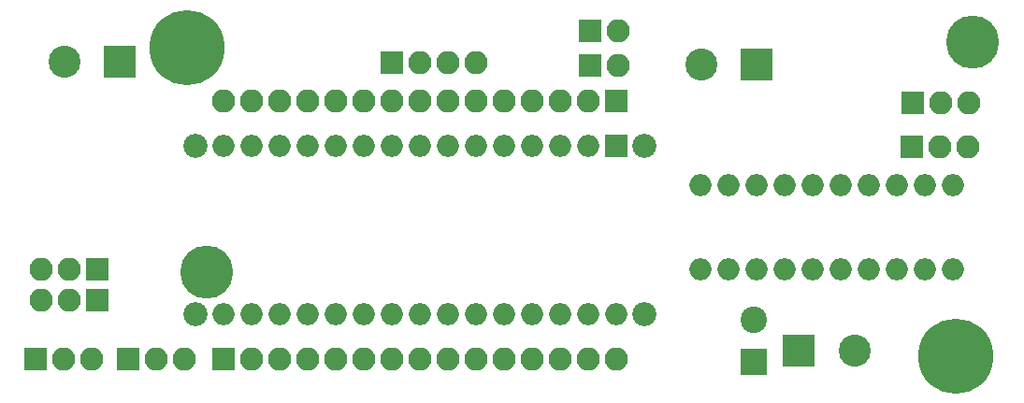
<source format=gbs>
G04 #@! TF.FileFunction,Soldermask,Bot*
%FSLAX46Y46*%
G04 Gerber Fmt 4.6, Leading zero omitted, Abs format (unit mm)*
G04 Created by KiCad (PCBNEW 4.0.6+dfsg1-1) date Mon Feb 26 19:47:00 2018*
%MOMM*%
%LPD*%
G01*
G04 APERTURE LIST*
%ADD10C,0.100000*%
%ADD11R,2.100000X2.100000*%
%ADD12O,2.100000X2.100000*%
%ADD13R,2.000000X2.000000*%
%ADD14O,2.000000X2.000000*%
%ADD15C,2.180000*%
%ADD16C,2.398980*%
%ADD17R,2.398980X2.398980*%
%ADD18R,2.900000X2.900000*%
%ADD19C,2.900000*%
%ADD20C,6.800000*%
%ADD21C,1.000000*%
%ADD22C,4.800000*%
G04 APERTURE END LIST*
D10*
D11*
X1981200Y4648200D03*
D12*
X4521200Y4648200D03*
X7061200Y4648200D03*
D13*
X54559200Y23952200D03*
D14*
X21539200Y8712200D03*
X52019200Y23952200D03*
X24079200Y8712200D03*
X49479200Y23952200D03*
X26619200Y8712200D03*
X46939200Y23952200D03*
X29159200Y8712200D03*
X44399200Y23952200D03*
X31699200Y8712200D03*
X41859200Y23952200D03*
X34239200Y8712200D03*
X39319200Y23952200D03*
X36779200Y8712200D03*
X36779200Y23952200D03*
X39319200Y8712200D03*
X34239200Y23952200D03*
X41859200Y8712200D03*
X31699200Y23952200D03*
X44399200Y8712200D03*
X29159200Y23952200D03*
X46939200Y8712200D03*
X26619200Y23952200D03*
X49479200Y8712200D03*
X24079200Y23952200D03*
X52019200Y8712200D03*
X21539200Y23952200D03*
X54559200Y8712200D03*
X18999200Y23952200D03*
X18999200Y8712200D03*
D15*
X57099200Y23952200D03*
X57099200Y8712200D03*
X16459200Y8712200D03*
X16459200Y23952200D03*
D16*
X67005200Y8204200D03*
D17*
X67005200Y4394200D03*
D14*
X85039200Y20396200D03*
X82499200Y20396200D03*
X79959200Y20396200D03*
X77419200Y20396200D03*
X74879200Y20396200D03*
X72339200Y20396200D03*
X69799200Y20396200D03*
X67259200Y20396200D03*
X64719200Y20396200D03*
X62179200Y20396200D03*
X62179200Y12776200D03*
X64719200Y12776200D03*
X67259200Y12776200D03*
X69799200Y12776200D03*
X72339200Y12776200D03*
X74879200Y12776200D03*
X77419200Y12776200D03*
X79959200Y12776200D03*
X82499200Y12776200D03*
X85039200Y12776200D03*
D11*
X52171600Y34366200D03*
D12*
X54711600Y34366200D03*
D11*
X52171600Y31165800D03*
D12*
X54711600Y31165800D03*
D11*
X81330800Y27813000D03*
D12*
X83870800Y27813000D03*
X86410800Y27813000D03*
D11*
X81280000Y23850600D03*
D12*
X83820000Y23850600D03*
X86360000Y23850600D03*
D11*
X7569200Y9982200D03*
D12*
X5029200Y9982200D03*
X2489200Y9982200D03*
D11*
X54559200Y28016200D03*
D12*
X52019200Y28016200D03*
X49479200Y28016200D03*
X46939200Y28016200D03*
X44399200Y28016200D03*
X41859200Y28016200D03*
X39319200Y28016200D03*
X36779200Y28016200D03*
X34239200Y28016200D03*
X31699200Y28016200D03*
X29159200Y28016200D03*
X26619200Y28016200D03*
X24079200Y28016200D03*
X21539200Y28016200D03*
X18999200Y28016200D03*
D11*
X18999200Y4648200D03*
D12*
X21539200Y4648200D03*
X24079200Y4648200D03*
X26619200Y4648200D03*
X29159200Y4648200D03*
X31699200Y4648200D03*
X34239200Y4648200D03*
X36779200Y4648200D03*
X39319200Y4648200D03*
X41859200Y4648200D03*
X44399200Y4648200D03*
X46939200Y4648200D03*
X49479200Y4648200D03*
X52019200Y4648200D03*
X54559200Y4648200D03*
D11*
X34188400Y31470600D03*
D12*
X36728400Y31470600D03*
X39268400Y31470600D03*
X41808400Y31470600D03*
D11*
X7569200Y12776200D03*
D12*
X5029200Y12776200D03*
X2489200Y12776200D03*
D18*
X67259200Y31318200D03*
D19*
X62259200Y31318200D03*
D18*
X71069200Y5410200D03*
D19*
X76069200Y5410200D03*
D18*
X9601200Y31572200D03*
D19*
X4601200Y31572200D03*
D11*
X10363200Y4648200D03*
D12*
X12903200Y4648200D03*
X15443200Y4648200D03*
D20*
X85293200Y4902200D03*
D21*
X87693200Y4902200D03*
X86990256Y3205144D03*
X85293200Y2502200D03*
X83596144Y3205144D03*
X82893200Y4902200D03*
X83596144Y6599256D03*
X85293200Y7302200D03*
X86990256Y6599256D03*
D20*
X15697200Y32842200D03*
D21*
X18097200Y32842200D03*
X17394256Y31145144D03*
X15697200Y30442200D03*
X14000144Y31145144D03*
X13297200Y32842200D03*
X14000144Y34539256D03*
X15697200Y35242200D03*
X17394256Y34539256D03*
D22*
X17475200Y12522200D03*
X86817200Y33350200D03*
M02*

</source>
